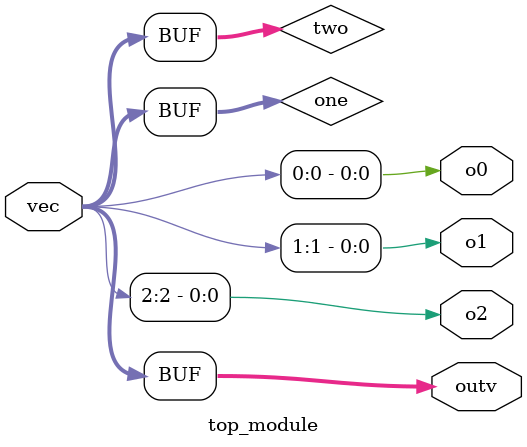
<source format=v>
module top_module ( 
    input wire [2:0] vec,
    output wire [2:0] outv,
    output wire o2,
    output wire o1,
    output wire o0  ); // Module body starts after module declaration
    wire [2:0] one;
    wire [2:0] two;
    assign one = vec;
    assign outv = one;
    assign {two[2], two[1], two[0]} = {vec[2],vec[1],vec[0]};
    assign {o2,o1,o0} = {two[2], two[1], two[0]};
endmodule

</source>
